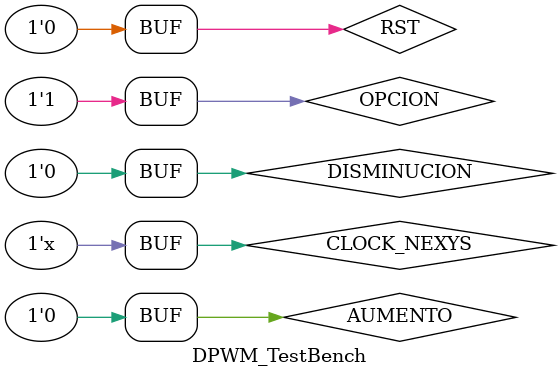
<source format=v>
`timescale 1ns / 1ps


module DPWM_TestBench;

	// Inputs
	reg AUMENTO;
	reg DISMINUCION;
	reg RST;
	reg CLOCK_NEXYS;
	reg OPCION;

	// Outputs
	wire [7:0] NUM_CODIF;
	wire [3:0] SEL_DIGITO;
	wire PWM;

	// Instantiate the Unit Under Test (UUT)
	DPWM uut (
		.AUMENTO(AUMENTO), 
		.DISMINUCION(DISMINUCION), 
		.RST(RST), 
		.CLOCK_NEXYS(CLOCK_NEXYS), 
		.OPCION(OPCION), 
		.NUM_CODIF(NUM_CODIF), 
		.SEL_DIGITO(SEL_DIGITO), 
		.PWM(PWM)
	);
	


	initial begin
		// Initialize Inputs
		AUMENTO = 0;
		DISMINUCION = 0;
		RST = 1;
		CLOCK_NEXYS = 0;
		OPCION = 0;
		
		

		// Wait 100 ns for global reset to finish
		#100 RST = 0;
        
		// Add stimulus here
		
		 
			 #260000 AUMENTO=1;
			 #1000 AUMENTO=0;
			 #700000;
			 
			 #260000 AUMENTO=1;
			 #1000 AUMENTO=0;
			 #700000;
			 
			 #260000 AUMENTO=1;
			 #1000 AUMENTO=0;
			 
			 #1 OPCION=!OPCION;
			 #700000;
			 
			 #260000 AUMENTO=1;
			 #1000 AUMENTO=0;
			 #700000;
			 
			 
			 
			 #260000 DISMINUCION=1;
			 #1000 DISMINUCION=0;
			 #700000;
			 
			 #260000 DISMINUCION=1;
			 #1000 DISMINUCION=0;
			 #700000;
			 
			 #260000 DISMINUCION=1;
			 #1000 DISMINUCION=0;
			 #700000;

			
		
		 
	end
	
	always
		begin
			#5
			CLOCK_NEXYS=!CLOCK_NEXYS;
     end

	 
endmodule


</source>
